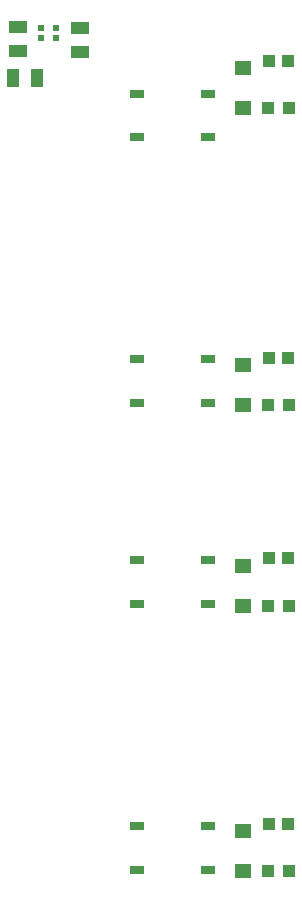
<source format=gtp>
G04 Layer: TopPasteMaskLayer*
G04 EasyEDA v6.3.41, 2020-05-07T17:32:53--4:00*
G04 d717aee7dc5049f39d0e7fcf31ef931a,7404d47bf86b4b15bb797b085195da26,10*
G04 Gerber Generator version 0.2*
G04 Scale: 100 percent, Rotated: No, Reflected: No *
G04 Dimensions in millimeters *
G04 leading zeros omitted , absolute positions ,3 integer and 3 decimal *
%FSLAX33Y33*%
%MOMM*%
G90*
G71D02*

%ADD13R,1.550010X0.999998*%
%ADD14R,0.499999X0.550012*%
%ADD15R,0.999998X1.550010*%
%ADD16R,1.399997X1.199998*%
%ADD17R,0.999998X1.099998*%
%ADD18R,1.299997X0.699999*%

%LPD*%
G54D13*
G01X2899Y81500D03*
G01X2899Y83500D03*
G54D14*
G01X4900Y82549D03*
G01X4900Y83449D03*
G01X6100Y83449D03*
G01X6100Y82549D03*
G54D15*
G01X4499Y79200D03*
G01X2499Y79200D03*
G54D13*
G01X8200Y81400D03*
G01X8200Y83400D03*
G54D16*
G01X21999Y76600D03*
G01X21999Y79999D03*
G01X21999Y51500D03*
G01X21999Y54899D03*
G01X21999Y34500D03*
G01X21999Y37899D03*
G01X21999Y12000D03*
G01X21999Y15400D03*
G54D17*
G01X25899Y76600D03*
G01X24099Y76600D03*
G01X25899Y51500D03*
G01X24099Y51500D03*
G01X25899Y34500D03*
G01X24099Y34500D03*
G01X25899Y12000D03*
G01X24099Y12000D03*
G01X24199Y80600D03*
G01X25800Y80600D03*
G01X24199Y55500D03*
G01X25800Y55500D03*
G01X24199Y38500D03*
G01X25800Y38500D03*
G01X24199Y16000D03*
G01X25800Y16000D03*
G54D18*
G01X12999Y55350D03*
G01X18999Y55350D03*
G01X12999Y51649D03*
G01X18999Y51649D03*
G01X12999Y38350D03*
G01X18999Y38350D03*
G01X12999Y34649D03*
G01X18999Y34649D03*
G01X12999Y15850D03*
G01X18999Y15850D03*
G01X12999Y12149D03*
G01X18999Y12149D03*
G01X18999Y74150D03*
G01X12999Y74150D03*
G01X18999Y77850D03*
G01X12999Y77850D03*
M00*
M02*

</source>
